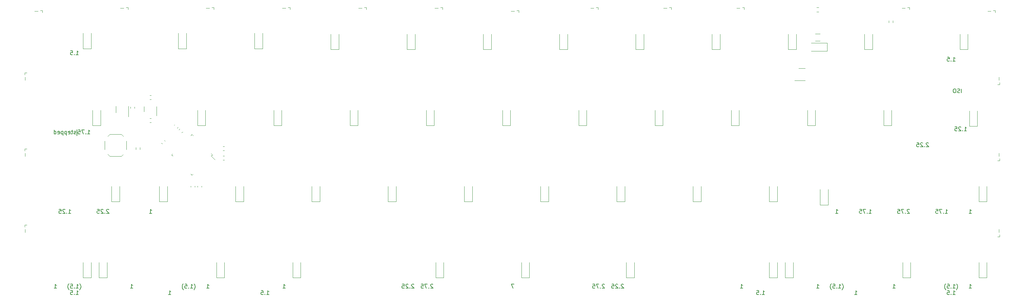
<source format=gbr>
%TF.GenerationSoftware,KiCad,Pcbnew,(7.0.0)*%
%TF.CreationDate,2024-06-01T16:49:59+02:00*%
%TF.ProjectId,forti rev 3,666f7274-6920-4726-9576-20332e6b6963,rev?*%
%TF.SameCoordinates,Original*%
%TF.FileFunction,Legend,Bot*%
%TF.FilePolarity,Positive*%
%FSLAX46Y46*%
G04 Gerber Fmt 4.6, Leading zero omitted, Abs format (unit mm)*
G04 Created by KiCad (PCBNEW (7.0.0)) date 2024-06-01 16:49:59*
%MOMM*%
%LPD*%
G01*
G04 APERTURE LIST*
%ADD10C,0.150000*%
%ADD11C,0.120000*%
G04 APERTURE END LIST*
D10*
X41120181Y-63500000D02*
X41120181Y-65087500D01*
X150352082Y-102254880D02*
X149685416Y-102254880D01*
X149685416Y-102254880D02*
X150113987Y-103254880D01*
X249126189Y-83600119D02*
X249078570Y-83552500D01*
X249078570Y-83552500D02*
X248983332Y-83504880D01*
X248983332Y-83504880D02*
X248745237Y-83504880D01*
X248745237Y-83504880D02*
X248649999Y-83552500D01*
X248649999Y-83552500D02*
X248602380Y-83600119D01*
X248602380Y-83600119D02*
X248554761Y-83695357D01*
X248554761Y-83695357D02*
X248554761Y-83790595D01*
X248554761Y-83790595D02*
X248602380Y-83933452D01*
X248602380Y-83933452D02*
X249173808Y-84504880D01*
X249173808Y-84504880D02*
X248554761Y-84504880D01*
X248126189Y-84409642D02*
X248078570Y-84457261D01*
X248078570Y-84457261D02*
X248126189Y-84504880D01*
X248126189Y-84504880D02*
X248173808Y-84457261D01*
X248173808Y-84457261D02*
X248126189Y-84409642D01*
X248126189Y-84409642D02*
X248126189Y-84504880D01*
X247745237Y-83504880D02*
X247078571Y-83504880D01*
X247078571Y-83504880D02*
X247507142Y-84504880D01*
X246221428Y-83504880D02*
X246697618Y-83504880D01*
X246697618Y-83504880D02*
X246745237Y-83981071D01*
X246745237Y-83981071D02*
X246697618Y-83933452D01*
X246697618Y-83933452D02*
X246602380Y-83885833D01*
X246602380Y-83885833D02*
X246364285Y-83885833D01*
X246364285Y-83885833D02*
X246269047Y-83933452D01*
X246269047Y-83933452D02*
X246221428Y-83981071D01*
X246221428Y-83981071D02*
X246173809Y-84076309D01*
X246173809Y-84076309D02*
X246173809Y-84314404D01*
X246173809Y-84314404D02*
X246221428Y-84409642D01*
X246221428Y-84409642D02*
X246269047Y-84457261D01*
X246269047Y-84457261D02*
X246364285Y-84504880D01*
X246364285Y-84504880D02*
X246602380Y-84504880D01*
X246602380Y-84504880D02*
X246697618Y-84457261D01*
X246697618Y-84457261D02*
X246745237Y-84409642D01*
X130063689Y-102350119D02*
X130016070Y-102302500D01*
X130016070Y-102302500D02*
X129920832Y-102254880D01*
X129920832Y-102254880D02*
X129682737Y-102254880D01*
X129682737Y-102254880D02*
X129587499Y-102302500D01*
X129587499Y-102302500D02*
X129539880Y-102350119D01*
X129539880Y-102350119D02*
X129492261Y-102445357D01*
X129492261Y-102445357D02*
X129492261Y-102540595D01*
X129492261Y-102540595D02*
X129539880Y-102683452D01*
X129539880Y-102683452D02*
X130111308Y-103254880D01*
X130111308Y-103254880D02*
X129492261Y-103254880D01*
X129063689Y-103159642D02*
X129016070Y-103207261D01*
X129016070Y-103207261D02*
X129063689Y-103254880D01*
X129063689Y-103254880D02*
X129111308Y-103207261D01*
X129111308Y-103207261D02*
X129063689Y-103159642D01*
X129063689Y-103159642D02*
X129063689Y-103254880D01*
X128682737Y-102254880D02*
X128016071Y-102254880D01*
X128016071Y-102254880D02*
X128444642Y-103254880D01*
X127158928Y-102254880D02*
X127635118Y-102254880D01*
X127635118Y-102254880D02*
X127682737Y-102731071D01*
X127682737Y-102731071D02*
X127635118Y-102683452D01*
X127635118Y-102683452D02*
X127539880Y-102635833D01*
X127539880Y-102635833D02*
X127301785Y-102635833D01*
X127301785Y-102635833D02*
X127206547Y-102683452D01*
X127206547Y-102683452D02*
X127158928Y-102731071D01*
X127158928Y-102731071D02*
X127111309Y-102826309D01*
X127111309Y-102826309D02*
X127111309Y-103064404D01*
X127111309Y-103064404D02*
X127158928Y-103159642D01*
X127158928Y-103159642D02*
X127206547Y-103207261D01*
X127206547Y-103207261D02*
X127301785Y-103254880D01*
X127301785Y-103254880D02*
X127539880Y-103254880D01*
X127539880Y-103254880D02*
X127635118Y-103207261D01*
X127635118Y-103207261D02*
X127682737Y-103159642D01*
X70389583Y-103635833D02*
X70437202Y-103588214D01*
X70437202Y-103588214D02*
X70532440Y-103445357D01*
X70532440Y-103445357D02*
X70580059Y-103350119D01*
X70580059Y-103350119D02*
X70627678Y-103207261D01*
X70627678Y-103207261D02*
X70675297Y-102969166D01*
X70675297Y-102969166D02*
X70675297Y-102778690D01*
X70675297Y-102778690D02*
X70627678Y-102540595D01*
X70627678Y-102540595D02*
X70580059Y-102397738D01*
X70580059Y-102397738D02*
X70532440Y-102302500D01*
X70532440Y-102302500D02*
X70437202Y-102159642D01*
X70437202Y-102159642D02*
X70389583Y-102112023D01*
X69484821Y-103254880D02*
X70056249Y-103254880D01*
X69770535Y-103254880D02*
X69770535Y-102254880D01*
X69770535Y-102254880D02*
X69865773Y-102397738D01*
X69865773Y-102397738D02*
X69961011Y-102492976D01*
X69961011Y-102492976D02*
X70056249Y-102540595D01*
X69056249Y-103159642D02*
X69008630Y-103207261D01*
X69008630Y-103207261D02*
X69056249Y-103254880D01*
X69056249Y-103254880D02*
X69103868Y-103207261D01*
X69103868Y-103207261D02*
X69056249Y-103159642D01*
X69056249Y-103159642D02*
X69056249Y-103254880D01*
X68103869Y-102254880D02*
X68580059Y-102254880D01*
X68580059Y-102254880D02*
X68627678Y-102731071D01*
X68627678Y-102731071D02*
X68580059Y-102683452D01*
X68580059Y-102683452D02*
X68484821Y-102635833D01*
X68484821Y-102635833D02*
X68246726Y-102635833D01*
X68246726Y-102635833D02*
X68151488Y-102683452D01*
X68151488Y-102683452D02*
X68103869Y-102731071D01*
X68103869Y-102731071D02*
X68056250Y-102826309D01*
X68056250Y-102826309D02*
X68056250Y-103064404D01*
X68056250Y-103064404D02*
X68103869Y-103159642D01*
X68103869Y-103159642D02*
X68151488Y-103207261D01*
X68151488Y-103207261D02*
X68246726Y-103254880D01*
X68246726Y-103254880D02*
X68484821Y-103254880D01*
X68484821Y-103254880D02*
X68580059Y-103207261D01*
X68580059Y-103207261D02*
X68627678Y-103159642D01*
X67722916Y-103635833D02*
X67675297Y-103588214D01*
X67675297Y-103588214D02*
X67580059Y-103445357D01*
X67580059Y-103445357D02*
X67532440Y-103350119D01*
X67532440Y-103350119D02*
X67484821Y-103207261D01*
X67484821Y-103207261D02*
X67437202Y-102969166D01*
X67437202Y-102969166D02*
X67437202Y-102778690D01*
X67437202Y-102778690D02*
X67484821Y-102540595D01*
X67484821Y-102540595D02*
X67532440Y-102397738D01*
X67532440Y-102397738D02*
X67580059Y-102302500D01*
X67580059Y-102302500D02*
X67675297Y-102159642D01*
X67675297Y-102159642D02*
X67722916Y-102112023D01*
X41814583Y-103635833D02*
X41862202Y-103588214D01*
X41862202Y-103588214D02*
X41957440Y-103445357D01*
X41957440Y-103445357D02*
X42005059Y-103350119D01*
X42005059Y-103350119D02*
X42052678Y-103207261D01*
X42052678Y-103207261D02*
X42100297Y-102969166D01*
X42100297Y-102969166D02*
X42100297Y-102778690D01*
X42100297Y-102778690D02*
X42052678Y-102540595D01*
X42052678Y-102540595D02*
X42005059Y-102397738D01*
X42005059Y-102397738D02*
X41957440Y-102302500D01*
X41957440Y-102302500D02*
X41862202Y-102159642D01*
X41862202Y-102159642D02*
X41814583Y-102112023D01*
X40909821Y-103254880D02*
X41481249Y-103254880D01*
X41195535Y-103254880D02*
X41195535Y-102254880D01*
X41195535Y-102254880D02*
X41290773Y-102397738D01*
X41290773Y-102397738D02*
X41386011Y-102492976D01*
X41386011Y-102492976D02*
X41481249Y-102540595D01*
X40481249Y-103159642D02*
X40433630Y-103207261D01*
X40433630Y-103207261D02*
X40481249Y-103254880D01*
X40481249Y-103254880D02*
X40528868Y-103207261D01*
X40528868Y-103207261D02*
X40481249Y-103159642D01*
X40481249Y-103159642D02*
X40481249Y-103254880D01*
X39528869Y-102254880D02*
X40005059Y-102254880D01*
X40005059Y-102254880D02*
X40052678Y-102731071D01*
X40052678Y-102731071D02*
X40005059Y-102683452D01*
X40005059Y-102683452D02*
X39909821Y-102635833D01*
X39909821Y-102635833D02*
X39671726Y-102635833D01*
X39671726Y-102635833D02*
X39576488Y-102683452D01*
X39576488Y-102683452D02*
X39528869Y-102731071D01*
X39528869Y-102731071D02*
X39481250Y-102826309D01*
X39481250Y-102826309D02*
X39481250Y-103064404D01*
X39481250Y-103064404D02*
X39528869Y-103159642D01*
X39528869Y-103159642D02*
X39576488Y-103207261D01*
X39576488Y-103207261D02*
X39671726Y-103254880D01*
X39671726Y-103254880D02*
X39909821Y-103254880D01*
X39909821Y-103254880D02*
X40005059Y-103207261D01*
X40005059Y-103207261D02*
X40052678Y-103159642D01*
X39147916Y-103635833D02*
X39100297Y-103588214D01*
X39100297Y-103588214D02*
X39005059Y-103445357D01*
X39005059Y-103445357D02*
X38957440Y-103350119D01*
X38957440Y-103350119D02*
X38909821Y-103207261D01*
X38909821Y-103207261D02*
X38862202Y-102969166D01*
X38862202Y-102969166D02*
X38862202Y-102778690D01*
X38862202Y-102778690D02*
X38909821Y-102540595D01*
X38909821Y-102540595D02*
X38957440Y-102397738D01*
X38957440Y-102397738D02*
X39005059Y-102302500D01*
X39005059Y-102302500D02*
X39100297Y-102159642D01*
X39100297Y-102159642D02*
X39147916Y-102112023D01*
X264033035Y-103254880D02*
X264604463Y-103254880D01*
X264318749Y-103254880D02*
X264318749Y-102254880D01*
X264318749Y-102254880D02*
X264413987Y-102397738D01*
X264413987Y-102397738D02*
X264509225Y-102492976D01*
X264509225Y-102492976D02*
X264604463Y-102540595D01*
X260889583Y-103635833D02*
X260937202Y-103588214D01*
X260937202Y-103588214D02*
X261032440Y-103445357D01*
X261032440Y-103445357D02*
X261080059Y-103350119D01*
X261080059Y-103350119D02*
X261127678Y-103207261D01*
X261127678Y-103207261D02*
X261175297Y-102969166D01*
X261175297Y-102969166D02*
X261175297Y-102778690D01*
X261175297Y-102778690D02*
X261127678Y-102540595D01*
X261127678Y-102540595D02*
X261080059Y-102397738D01*
X261080059Y-102397738D02*
X261032440Y-102302500D01*
X261032440Y-102302500D02*
X260937202Y-102159642D01*
X260937202Y-102159642D02*
X260889583Y-102112023D01*
X259984821Y-103254880D02*
X260556249Y-103254880D01*
X260270535Y-103254880D02*
X260270535Y-102254880D01*
X260270535Y-102254880D02*
X260365773Y-102397738D01*
X260365773Y-102397738D02*
X260461011Y-102492976D01*
X260461011Y-102492976D02*
X260556249Y-102540595D01*
X259556249Y-103159642D02*
X259508630Y-103207261D01*
X259508630Y-103207261D02*
X259556249Y-103254880D01*
X259556249Y-103254880D02*
X259603868Y-103207261D01*
X259603868Y-103207261D02*
X259556249Y-103159642D01*
X259556249Y-103159642D02*
X259556249Y-103254880D01*
X258603869Y-102254880D02*
X259080059Y-102254880D01*
X259080059Y-102254880D02*
X259127678Y-102731071D01*
X259127678Y-102731071D02*
X259080059Y-102683452D01*
X259080059Y-102683452D02*
X258984821Y-102635833D01*
X258984821Y-102635833D02*
X258746726Y-102635833D01*
X258746726Y-102635833D02*
X258651488Y-102683452D01*
X258651488Y-102683452D02*
X258603869Y-102731071D01*
X258603869Y-102731071D02*
X258556250Y-102826309D01*
X258556250Y-102826309D02*
X258556250Y-103064404D01*
X258556250Y-103064404D02*
X258603869Y-103159642D01*
X258603869Y-103159642D02*
X258651488Y-103207261D01*
X258651488Y-103207261D02*
X258746726Y-103254880D01*
X258746726Y-103254880D02*
X258984821Y-103254880D01*
X258984821Y-103254880D02*
X259080059Y-103207261D01*
X259080059Y-103207261D02*
X259127678Y-103159642D01*
X258222916Y-103635833D02*
X258175297Y-103588214D01*
X258175297Y-103588214D02*
X258080059Y-103445357D01*
X258080059Y-103445357D02*
X258032440Y-103350119D01*
X258032440Y-103350119D02*
X257984821Y-103207261D01*
X257984821Y-103207261D02*
X257937202Y-102969166D01*
X257937202Y-102969166D02*
X257937202Y-102778690D01*
X257937202Y-102778690D02*
X257984821Y-102540595D01*
X257984821Y-102540595D02*
X258032440Y-102397738D01*
X258032440Y-102397738D02*
X258080059Y-102302500D01*
X258080059Y-102302500D02*
X258175297Y-102159642D01*
X258175297Y-102159642D02*
X258222916Y-102112023D01*
X49101189Y-83600119D02*
X49053570Y-83552500D01*
X49053570Y-83552500D02*
X48958332Y-83504880D01*
X48958332Y-83504880D02*
X48720237Y-83504880D01*
X48720237Y-83504880D02*
X48624999Y-83552500D01*
X48624999Y-83552500D02*
X48577380Y-83600119D01*
X48577380Y-83600119D02*
X48529761Y-83695357D01*
X48529761Y-83695357D02*
X48529761Y-83790595D01*
X48529761Y-83790595D02*
X48577380Y-83933452D01*
X48577380Y-83933452D02*
X49148808Y-84504880D01*
X49148808Y-84504880D02*
X48529761Y-84504880D01*
X48101189Y-84409642D02*
X48053570Y-84457261D01*
X48053570Y-84457261D02*
X48101189Y-84504880D01*
X48101189Y-84504880D02*
X48148808Y-84457261D01*
X48148808Y-84457261D02*
X48101189Y-84409642D01*
X48101189Y-84409642D02*
X48101189Y-84504880D01*
X47672618Y-83600119D02*
X47624999Y-83552500D01*
X47624999Y-83552500D02*
X47529761Y-83504880D01*
X47529761Y-83504880D02*
X47291666Y-83504880D01*
X47291666Y-83504880D02*
X47196428Y-83552500D01*
X47196428Y-83552500D02*
X47148809Y-83600119D01*
X47148809Y-83600119D02*
X47101190Y-83695357D01*
X47101190Y-83695357D02*
X47101190Y-83790595D01*
X47101190Y-83790595D02*
X47148809Y-83933452D01*
X47148809Y-83933452D02*
X47720237Y-84504880D01*
X47720237Y-84504880D02*
X47101190Y-84504880D01*
X46196428Y-83504880D02*
X46672618Y-83504880D01*
X46672618Y-83504880D02*
X46720237Y-83981071D01*
X46720237Y-83981071D02*
X46672618Y-83933452D01*
X46672618Y-83933452D02*
X46577380Y-83885833D01*
X46577380Y-83885833D02*
X46339285Y-83885833D01*
X46339285Y-83885833D02*
X46244047Y-83933452D01*
X46244047Y-83933452D02*
X46196428Y-83981071D01*
X46196428Y-83981071D02*
X46148809Y-84076309D01*
X46148809Y-84076309D02*
X46148809Y-84314404D01*
X46148809Y-84314404D02*
X46196428Y-84409642D01*
X46196428Y-84409642D02*
X46244047Y-84457261D01*
X46244047Y-84457261D02*
X46339285Y-84504880D01*
X46339285Y-84504880D02*
X46577380Y-84504880D01*
X46577380Y-84504880D02*
X46672618Y-84457261D01*
X46672618Y-84457261D02*
X46720237Y-84409642D01*
X35433035Y-103254880D02*
X36004463Y-103254880D01*
X35718749Y-103254880D02*
X35718749Y-102254880D01*
X35718749Y-102254880D02*
X35813987Y-102397738D01*
X35813987Y-102397738D02*
X35909225Y-102492976D01*
X35909225Y-102492976D02*
X36004463Y-102540595D01*
X125301189Y-102350119D02*
X125253570Y-102302500D01*
X125253570Y-102302500D02*
X125158332Y-102254880D01*
X125158332Y-102254880D02*
X124920237Y-102254880D01*
X124920237Y-102254880D02*
X124824999Y-102302500D01*
X124824999Y-102302500D02*
X124777380Y-102350119D01*
X124777380Y-102350119D02*
X124729761Y-102445357D01*
X124729761Y-102445357D02*
X124729761Y-102540595D01*
X124729761Y-102540595D02*
X124777380Y-102683452D01*
X124777380Y-102683452D02*
X125348808Y-103254880D01*
X125348808Y-103254880D02*
X124729761Y-103254880D01*
X124301189Y-103159642D02*
X124253570Y-103207261D01*
X124253570Y-103207261D02*
X124301189Y-103254880D01*
X124301189Y-103254880D02*
X124348808Y-103207261D01*
X124348808Y-103207261D02*
X124301189Y-103159642D01*
X124301189Y-103159642D02*
X124301189Y-103254880D01*
X123872618Y-102350119D02*
X123824999Y-102302500D01*
X123824999Y-102302500D02*
X123729761Y-102254880D01*
X123729761Y-102254880D02*
X123491666Y-102254880D01*
X123491666Y-102254880D02*
X123396428Y-102302500D01*
X123396428Y-102302500D02*
X123348809Y-102350119D01*
X123348809Y-102350119D02*
X123301190Y-102445357D01*
X123301190Y-102445357D02*
X123301190Y-102540595D01*
X123301190Y-102540595D02*
X123348809Y-102683452D01*
X123348809Y-102683452D02*
X123920237Y-103254880D01*
X123920237Y-103254880D02*
X123301190Y-103254880D01*
X122396428Y-102254880D02*
X122872618Y-102254880D01*
X122872618Y-102254880D02*
X122920237Y-102731071D01*
X122920237Y-102731071D02*
X122872618Y-102683452D01*
X122872618Y-102683452D02*
X122777380Y-102635833D01*
X122777380Y-102635833D02*
X122539285Y-102635833D01*
X122539285Y-102635833D02*
X122444047Y-102683452D01*
X122444047Y-102683452D02*
X122396428Y-102731071D01*
X122396428Y-102731071D02*
X122348809Y-102826309D01*
X122348809Y-102826309D02*
X122348809Y-103064404D01*
X122348809Y-103064404D02*
X122396428Y-103159642D01*
X122396428Y-103159642D02*
X122444047Y-103207261D01*
X122444047Y-103207261D02*
X122539285Y-103254880D01*
X122539285Y-103254880D02*
X122777380Y-103254880D01*
X122777380Y-103254880D02*
X122872618Y-103207261D01*
X122872618Y-103207261D02*
X122920237Y-103159642D01*
X262143749Y-54342380D02*
X262143749Y-53342380D01*
X261715178Y-54294761D02*
X261572321Y-54342380D01*
X261572321Y-54342380D02*
X261334226Y-54342380D01*
X261334226Y-54342380D02*
X261238988Y-54294761D01*
X261238988Y-54294761D02*
X261191369Y-54247142D01*
X261191369Y-54247142D02*
X261143750Y-54151904D01*
X261143750Y-54151904D02*
X261143750Y-54056666D01*
X261143750Y-54056666D02*
X261191369Y-53961428D01*
X261191369Y-53961428D02*
X261238988Y-53913809D01*
X261238988Y-53913809D02*
X261334226Y-53866190D01*
X261334226Y-53866190D02*
X261524702Y-53818571D01*
X261524702Y-53818571D02*
X261619940Y-53770952D01*
X261619940Y-53770952D02*
X261667559Y-53723333D01*
X261667559Y-53723333D02*
X261715178Y-53628095D01*
X261715178Y-53628095D02*
X261715178Y-53532857D01*
X261715178Y-53532857D02*
X261667559Y-53437619D01*
X261667559Y-53437619D02*
X261619940Y-53390000D01*
X261619940Y-53390000D02*
X261524702Y-53342380D01*
X261524702Y-53342380D02*
X261286607Y-53342380D01*
X261286607Y-53342380D02*
X261143750Y-53390000D01*
X260524702Y-53342380D02*
X260334226Y-53342380D01*
X260334226Y-53342380D02*
X260238988Y-53390000D01*
X260238988Y-53390000D02*
X260143750Y-53485238D01*
X260143750Y-53485238D02*
X260096131Y-53675714D01*
X260096131Y-53675714D02*
X260096131Y-54009047D01*
X260096131Y-54009047D02*
X260143750Y-54199523D01*
X260143750Y-54199523D02*
X260238988Y-54294761D01*
X260238988Y-54294761D02*
X260334226Y-54342380D01*
X260334226Y-54342380D02*
X260524702Y-54342380D01*
X260524702Y-54342380D02*
X260619940Y-54294761D01*
X260619940Y-54294761D02*
X260715178Y-54199523D01*
X260715178Y-54199523D02*
X260762797Y-54009047D01*
X260762797Y-54009047D02*
X260762797Y-53675714D01*
X260762797Y-53675714D02*
X260715178Y-53485238D01*
X260715178Y-53485238D02*
X260619940Y-53390000D01*
X260619940Y-53390000D02*
X260524702Y-53342380D01*
X39004761Y-84504880D02*
X39576189Y-84504880D01*
X39290475Y-84504880D02*
X39290475Y-83504880D01*
X39290475Y-83504880D02*
X39385713Y-83647738D01*
X39385713Y-83647738D02*
X39480951Y-83742976D01*
X39480951Y-83742976D02*
X39576189Y-83790595D01*
X38576189Y-84409642D02*
X38528570Y-84457261D01*
X38528570Y-84457261D02*
X38576189Y-84504880D01*
X38576189Y-84504880D02*
X38623808Y-84457261D01*
X38623808Y-84457261D02*
X38576189Y-84409642D01*
X38576189Y-84409642D02*
X38576189Y-84504880D01*
X38147618Y-83600119D02*
X38099999Y-83552500D01*
X38099999Y-83552500D02*
X38004761Y-83504880D01*
X38004761Y-83504880D02*
X37766666Y-83504880D01*
X37766666Y-83504880D02*
X37671428Y-83552500D01*
X37671428Y-83552500D02*
X37623809Y-83600119D01*
X37623809Y-83600119D02*
X37576190Y-83695357D01*
X37576190Y-83695357D02*
X37576190Y-83790595D01*
X37576190Y-83790595D02*
X37623809Y-83933452D01*
X37623809Y-83933452D02*
X38195237Y-84504880D01*
X38195237Y-84504880D02*
X37576190Y-84504880D01*
X36671428Y-83504880D02*
X37147618Y-83504880D01*
X37147618Y-83504880D02*
X37195237Y-83981071D01*
X37195237Y-83981071D02*
X37147618Y-83933452D01*
X37147618Y-83933452D02*
X37052380Y-83885833D01*
X37052380Y-83885833D02*
X36814285Y-83885833D01*
X36814285Y-83885833D02*
X36719047Y-83933452D01*
X36719047Y-83933452D02*
X36671428Y-83981071D01*
X36671428Y-83981071D02*
X36623809Y-84076309D01*
X36623809Y-84076309D02*
X36623809Y-84314404D01*
X36623809Y-84314404D02*
X36671428Y-84409642D01*
X36671428Y-84409642D02*
X36719047Y-84457261D01*
X36719047Y-84457261D02*
X36814285Y-84504880D01*
X36814285Y-84504880D02*
X37052380Y-84504880D01*
X37052380Y-84504880D02*
X37147618Y-84457261D01*
X37147618Y-84457261D02*
X37195237Y-84409642D01*
X232314583Y-103635833D02*
X232362202Y-103588214D01*
X232362202Y-103588214D02*
X232457440Y-103445357D01*
X232457440Y-103445357D02*
X232505059Y-103350119D01*
X232505059Y-103350119D02*
X232552678Y-103207261D01*
X232552678Y-103207261D02*
X232600297Y-102969166D01*
X232600297Y-102969166D02*
X232600297Y-102778690D01*
X232600297Y-102778690D02*
X232552678Y-102540595D01*
X232552678Y-102540595D02*
X232505059Y-102397738D01*
X232505059Y-102397738D02*
X232457440Y-102302500D01*
X232457440Y-102302500D02*
X232362202Y-102159642D01*
X232362202Y-102159642D02*
X232314583Y-102112023D01*
X231409821Y-103254880D02*
X231981249Y-103254880D01*
X231695535Y-103254880D02*
X231695535Y-102254880D01*
X231695535Y-102254880D02*
X231790773Y-102397738D01*
X231790773Y-102397738D02*
X231886011Y-102492976D01*
X231886011Y-102492976D02*
X231981249Y-102540595D01*
X230981249Y-103159642D02*
X230933630Y-103207261D01*
X230933630Y-103207261D02*
X230981249Y-103254880D01*
X230981249Y-103254880D02*
X231028868Y-103207261D01*
X231028868Y-103207261D02*
X230981249Y-103159642D01*
X230981249Y-103159642D02*
X230981249Y-103254880D01*
X230028869Y-102254880D02*
X230505059Y-102254880D01*
X230505059Y-102254880D02*
X230552678Y-102731071D01*
X230552678Y-102731071D02*
X230505059Y-102683452D01*
X230505059Y-102683452D02*
X230409821Y-102635833D01*
X230409821Y-102635833D02*
X230171726Y-102635833D01*
X230171726Y-102635833D02*
X230076488Y-102683452D01*
X230076488Y-102683452D02*
X230028869Y-102731071D01*
X230028869Y-102731071D02*
X229981250Y-102826309D01*
X229981250Y-102826309D02*
X229981250Y-103064404D01*
X229981250Y-103064404D02*
X230028869Y-103159642D01*
X230028869Y-103159642D02*
X230076488Y-103207261D01*
X230076488Y-103207261D02*
X230171726Y-103254880D01*
X230171726Y-103254880D02*
X230409821Y-103254880D01*
X230409821Y-103254880D02*
X230505059Y-103207261D01*
X230505059Y-103207261D02*
X230552678Y-103159642D01*
X229647916Y-103635833D02*
X229600297Y-103588214D01*
X229600297Y-103588214D02*
X229505059Y-103445357D01*
X229505059Y-103445357D02*
X229457440Y-103350119D01*
X229457440Y-103350119D02*
X229409821Y-103207261D01*
X229409821Y-103207261D02*
X229362202Y-102969166D01*
X229362202Y-102969166D02*
X229362202Y-102778690D01*
X229362202Y-102778690D02*
X229409821Y-102540595D01*
X229409821Y-102540595D02*
X229457440Y-102397738D01*
X229457440Y-102397738D02*
X229505059Y-102302500D01*
X229505059Y-102302500D02*
X229600297Y-102159642D01*
X229600297Y-102159642D02*
X229647916Y-102112023D01*
X88534821Y-104842380D02*
X89106249Y-104842380D01*
X88820535Y-104842380D02*
X88820535Y-103842380D01*
X88820535Y-103842380D02*
X88915773Y-103985238D01*
X88915773Y-103985238D02*
X89011011Y-104080476D01*
X89011011Y-104080476D02*
X89106249Y-104128095D01*
X88106249Y-104747142D02*
X88058630Y-104794761D01*
X88058630Y-104794761D02*
X88106249Y-104842380D01*
X88106249Y-104842380D02*
X88153868Y-104794761D01*
X88153868Y-104794761D02*
X88106249Y-104747142D01*
X88106249Y-104747142D02*
X88106249Y-104842380D01*
X87153869Y-103842380D02*
X87630059Y-103842380D01*
X87630059Y-103842380D02*
X87677678Y-104318571D01*
X87677678Y-104318571D02*
X87630059Y-104270952D01*
X87630059Y-104270952D02*
X87534821Y-104223333D01*
X87534821Y-104223333D02*
X87296726Y-104223333D01*
X87296726Y-104223333D02*
X87201488Y-104270952D01*
X87201488Y-104270952D02*
X87153869Y-104318571D01*
X87153869Y-104318571D02*
X87106250Y-104413809D01*
X87106250Y-104413809D02*
X87106250Y-104651904D01*
X87106250Y-104651904D02*
X87153869Y-104747142D01*
X87153869Y-104747142D02*
X87201488Y-104794761D01*
X87201488Y-104794761D02*
X87296726Y-104842380D01*
X87296726Y-104842380D02*
X87534821Y-104842380D01*
X87534821Y-104842380D02*
X87630059Y-104794761D01*
X87630059Y-104794761D02*
X87677678Y-104747142D01*
X172926189Y-102350119D02*
X172878570Y-102302500D01*
X172878570Y-102302500D02*
X172783332Y-102254880D01*
X172783332Y-102254880D02*
X172545237Y-102254880D01*
X172545237Y-102254880D02*
X172449999Y-102302500D01*
X172449999Y-102302500D02*
X172402380Y-102350119D01*
X172402380Y-102350119D02*
X172354761Y-102445357D01*
X172354761Y-102445357D02*
X172354761Y-102540595D01*
X172354761Y-102540595D02*
X172402380Y-102683452D01*
X172402380Y-102683452D02*
X172973808Y-103254880D01*
X172973808Y-103254880D02*
X172354761Y-103254880D01*
X171926189Y-103159642D02*
X171878570Y-103207261D01*
X171878570Y-103207261D02*
X171926189Y-103254880D01*
X171926189Y-103254880D02*
X171973808Y-103207261D01*
X171973808Y-103207261D02*
X171926189Y-103159642D01*
X171926189Y-103159642D02*
X171926189Y-103254880D01*
X171545237Y-102254880D02*
X170878571Y-102254880D01*
X170878571Y-102254880D02*
X171307142Y-103254880D01*
X170021428Y-102254880D02*
X170497618Y-102254880D01*
X170497618Y-102254880D02*
X170545237Y-102731071D01*
X170545237Y-102731071D02*
X170497618Y-102683452D01*
X170497618Y-102683452D02*
X170402380Y-102635833D01*
X170402380Y-102635833D02*
X170164285Y-102635833D01*
X170164285Y-102635833D02*
X170069047Y-102683452D01*
X170069047Y-102683452D02*
X170021428Y-102731071D01*
X170021428Y-102731071D02*
X169973809Y-102826309D01*
X169973809Y-102826309D02*
X169973809Y-103064404D01*
X169973809Y-103064404D02*
X170021428Y-103159642D01*
X170021428Y-103159642D02*
X170069047Y-103207261D01*
X170069047Y-103207261D02*
X170164285Y-103254880D01*
X170164285Y-103254880D02*
X170402380Y-103254880D01*
X170402380Y-103254880D02*
X170497618Y-103207261D01*
X170497618Y-103207261D02*
X170545237Y-103159642D01*
X230695535Y-84504880D02*
X231266963Y-84504880D01*
X230981249Y-84504880D02*
X230981249Y-83504880D01*
X230981249Y-83504880D02*
X231076487Y-83647738D01*
X231076487Y-83647738D02*
X231171725Y-83742976D01*
X231171725Y-83742976D02*
X231266963Y-83790595D01*
X59245535Y-84504880D02*
X59816963Y-84504880D01*
X59531249Y-84504880D02*
X59531249Y-83504880D01*
X59531249Y-83504880D02*
X59626487Y-83647738D01*
X59626487Y-83647738D02*
X59721725Y-83742976D01*
X59721725Y-83742976D02*
X59816963Y-83790595D01*
X264033035Y-84504880D02*
X264604463Y-84504880D01*
X264318749Y-84504880D02*
X264318749Y-83504880D01*
X264318749Y-83504880D02*
X264413987Y-83647738D01*
X264413987Y-83647738D02*
X264509225Y-83742976D01*
X264509225Y-83742976D02*
X264604463Y-83790595D01*
X259984821Y-104842380D02*
X260556249Y-104842380D01*
X260270535Y-104842380D02*
X260270535Y-103842380D01*
X260270535Y-103842380D02*
X260365773Y-103985238D01*
X260365773Y-103985238D02*
X260461011Y-104080476D01*
X260461011Y-104080476D02*
X260556249Y-104128095D01*
X259556249Y-104747142D02*
X259508630Y-104794761D01*
X259508630Y-104794761D02*
X259556249Y-104842380D01*
X259556249Y-104842380D02*
X259603868Y-104794761D01*
X259603868Y-104794761D02*
X259556249Y-104747142D01*
X259556249Y-104747142D02*
X259556249Y-104842380D01*
X258603869Y-103842380D02*
X259080059Y-103842380D01*
X259080059Y-103842380D02*
X259127678Y-104318571D01*
X259127678Y-104318571D02*
X259080059Y-104270952D01*
X259080059Y-104270952D02*
X258984821Y-104223333D01*
X258984821Y-104223333D02*
X258746726Y-104223333D01*
X258746726Y-104223333D02*
X258651488Y-104270952D01*
X258651488Y-104270952D02*
X258603869Y-104318571D01*
X258603869Y-104318571D02*
X258556250Y-104413809D01*
X258556250Y-104413809D02*
X258556250Y-104651904D01*
X258556250Y-104651904D02*
X258603869Y-104747142D01*
X258603869Y-104747142D02*
X258651488Y-104794761D01*
X258651488Y-104794761D02*
X258746726Y-104842380D01*
X258746726Y-104842380D02*
X258984821Y-104842380D01*
X258984821Y-104842380D02*
X259080059Y-104794761D01*
X259080059Y-104794761D02*
X259127678Y-104747142D01*
X258079761Y-84504880D02*
X258651189Y-84504880D01*
X258365475Y-84504880D02*
X258365475Y-83504880D01*
X258365475Y-83504880D02*
X258460713Y-83647738D01*
X258460713Y-83647738D02*
X258555951Y-83742976D01*
X258555951Y-83742976D02*
X258651189Y-83790595D01*
X257651189Y-84409642D02*
X257603570Y-84457261D01*
X257603570Y-84457261D02*
X257651189Y-84504880D01*
X257651189Y-84504880D02*
X257698808Y-84457261D01*
X257698808Y-84457261D02*
X257651189Y-84409642D01*
X257651189Y-84409642D02*
X257651189Y-84504880D01*
X257270237Y-83504880D02*
X256603571Y-83504880D01*
X256603571Y-83504880D02*
X257032142Y-84504880D01*
X255746428Y-83504880D02*
X256222618Y-83504880D01*
X256222618Y-83504880D02*
X256270237Y-83981071D01*
X256270237Y-83981071D02*
X256222618Y-83933452D01*
X256222618Y-83933452D02*
X256127380Y-83885833D01*
X256127380Y-83885833D02*
X255889285Y-83885833D01*
X255889285Y-83885833D02*
X255794047Y-83933452D01*
X255794047Y-83933452D02*
X255746428Y-83981071D01*
X255746428Y-83981071D02*
X255698809Y-84076309D01*
X255698809Y-84076309D02*
X255698809Y-84314404D01*
X255698809Y-84314404D02*
X255746428Y-84409642D01*
X255746428Y-84409642D02*
X255794047Y-84457261D01*
X255794047Y-84457261D02*
X255889285Y-84504880D01*
X255889285Y-84504880D02*
X256127380Y-84504880D01*
X256127380Y-84504880D02*
X256222618Y-84457261D01*
X256222618Y-84457261D02*
X256270237Y-84409642D01*
X235458035Y-104842380D02*
X236029463Y-104842380D01*
X235743749Y-104842380D02*
X235743749Y-103842380D01*
X235743749Y-103842380D02*
X235838987Y-103985238D01*
X235838987Y-103985238D02*
X235934225Y-104080476D01*
X235934225Y-104080476D02*
X236029463Y-104128095D01*
X239029761Y-84504880D02*
X239601189Y-84504880D01*
X239315475Y-84504880D02*
X239315475Y-83504880D01*
X239315475Y-83504880D02*
X239410713Y-83647738D01*
X239410713Y-83647738D02*
X239505951Y-83742976D01*
X239505951Y-83742976D02*
X239601189Y-83790595D01*
X238601189Y-84409642D02*
X238553570Y-84457261D01*
X238553570Y-84457261D02*
X238601189Y-84504880D01*
X238601189Y-84504880D02*
X238648808Y-84457261D01*
X238648808Y-84457261D02*
X238601189Y-84409642D01*
X238601189Y-84409642D02*
X238601189Y-84504880D01*
X238220237Y-83504880D02*
X237553571Y-83504880D01*
X237553571Y-83504880D02*
X237982142Y-84504880D01*
X236696428Y-83504880D02*
X237172618Y-83504880D01*
X237172618Y-83504880D02*
X237220237Y-83981071D01*
X237220237Y-83981071D02*
X237172618Y-83933452D01*
X237172618Y-83933452D02*
X237077380Y-83885833D01*
X237077380Y-83885833D02*
X236839285Y-83885833D01*
X236839285Y-83885833D02*
X236744047Y-83933452D01*
X236744047Y-83933452D02*
X236696428Y-83981071D01*
X236696428Y-83981071D02*
X236648809Y-84076309D01*
X236648809Y-84076309D02*
X236648809Y-84314404D01*
X236648809Y-84314404D02*
X236696428Y-84409642D01*
X236696428Y-84409642D02*
X236744047Y-84457261D01*
X236744047Y-84457261D02*
X236839285Y-84504880D01*
X236839285Y-84504880D02*
X237077380Y-84504880D01*
X237077380Y-84504880D02*
X237172618Y-84457261D01*
X237172618Y-84457261D02*
X237220237Y-84409642D01*
X206883035Y-103254880D02*
X207454463Y-103254880D01*
X207168749Y-103254880D02*
X207168749Y-102254880D01*
X207168749Y-102254880D02*
X207263987Y-102397738D01*
X207263987Y-102397738D02*
X207359225Y-102492976D01*
X207359225Y-102492976D02*
X207454463Y-102540595D01*
X43767261Y-64661130D02*
X44338689Y-64661130D01*
X44052975Y-64661130D02*
X44052975Y-63661130D01*
X44052975Y-63661130D02*
X44148213Y-63803988D01*
X44148213Y-63803988D02*
X44243451Y-63899226D01*
X44243451Y-63899226D02*
X44338689Y-63946845D01*
X43338689Y-64565892D02*
X43291070Y-64613511D01*
X43291070Y-64613511D02*
X43338689Y-64661130D01*
X43338689Y-64661130D02*
X43386308Y-64613511D01*
X43386308Y-64613511D02*
X43338689Y-64565892D01*
X43338689Y-64565892D02*
X43338689Y-64661130D01*
X42957737Y-63661130D02*
X42291071Y-63661130D01*
X42291071Y-63661130D02*
X42719642Y-64661130D01*
X41433928Y-63661130D02*
X41910118Y-63661130D01*
X41910118Y-63661130D02*
X41957737Y-64137321D01*
X41957737Y-64137321D02*
X41910118Y-64089702D01*
X41910118Y-64089702D02*
X41814880Y-64042083D01*
X41814880Y-64042083D02*
X41576785Y-64042083D01*
X41576785Y-64042083D02*
X41481547Y-64089702D01*
X41481547Y-64089702D02*
X41433928Y-64137321D01*
X41433928Y-64137321D02*
X41386309Y-64232559D01*
X41386309Y-64232559D02*
X41386309Y-64470654D01*
X41386309Y-64470654D02*
X41433928Y-64565892D01*
X41433928Y-64565892D02*
X41481547Y-64613511D01*
X41481547Y-64613511D02*
X41576785Y-64661130D01*
X41576785Y-64661130D02*
X41814880Y-64661130D01*
X41814880Y-64661130D02*
X41910118Y-64613511D01*
X41910118Y-64613511D02*
X41957737Y-64565892D01*
X225933035Y-103254880D02*
X226504463Y-103254880D01*
X226218749Y-103254880D02*
X226218749Y-102254880D01*
X226218749Y-102254880D02*
X226313987Y-102397738D01*
X226313987Y-102397738D02*
X226409225Y-102492976D01*
X226409225Y-102492976D02*
X226504463Y-102540595D01*
X212359821Y-104842380D02*
X212931249Y-104842380D01*
X212645535Y-104842380D02*
X212645535Y-103842380D01*
X212645535Y-103842380D02*
X212740773Y-103985238D01*
X212740773Y-103985238D02*
X212836011Y-104080476D01*
X212836011Y-104080476D02*
X212931249Y-104128095D01*
X211931249Y-104747142D02*
X211883630Y-104794761D01*
X211883630Y-104794761D02*
X211931249Y-104842380D01*
X211931249Y-104842380D02*
X211978868Y-104794761D01*
X211978868Y-104794761D02*
X211931249Y-104747142D01*
X211931249Y-104747142D02*
X211931249Y-104842380D01*
X210978869Y-103842380D02*
X211455059Y-103842380D01*
X211455059Y-103842380D02*
X211502678Y-104318571D01*
X211502678Y-104318571D02*
X211455059Y-104270952D01*
X211455059Y-104270952D02*
X211359821Y-104223333D01*
X211359821Y-104223333D02*
X211121726Y-104223333D01*
X211121726Y-104223333D02*
X211026488Y-104270952D01*
X211026488Y-104270952D02*
X210978869Y-104318571D01*
X210978869Y-104318571D02*
X210931250Y-104413809D01*
X210931250Y-104413809D02*
X210931250Y-104651904D01*
X210931250Y-104651904D02*
X210978869Y-104747142D01*
X210978869Y-104747142D02*
X211026488Y-104794761D01*
X211026488Y-104794761D02*
X211121726Y-104842380D01*
X211121726Y-104842380D02*
X211359821Y-104842380D01*
X211359821Y-104842380D02*
X211455059Y-104794761D01*
X211455059Y-104794761D02*
X211502678Y-104747142D01*
X64008035Y-104842380D02*
X64579463Y-104842380D01*
X64293749Y-104842380D02*
X64293749Y-103842380D01*
X64293749Y-103842380D02*
X64388987Y-103985238D01*
X64388987Y-103985238D02*
X64484225Y-104080476D01*
X64484225Y-104080476D02*
X64579463Y-104128095D01*
X262842261Y-63867380D02*
X263413689Y-63867380D01*
X263127975Y-63867380D02*
X263127975Y-62867380D01*
X263127975Y-62867380D02*
X263223213Y-63010238D01*
X263223213Y-63010238D02*
X263318451Y-63105476D01*
X263318451Y-63105476D02*
X263413689Y-63153095D01*
X262413689Y-63772142D02*
X262366070Y-63819761D01*
X262366070Y-63819761D02*
X262413689Y-63867380D01*
X262413689Y-63867380D02*
X262461308Y-63819761D01*
X262461308Y-63819761D02*
X262413689Y-63772142D01*
X262413689Y-63772142D02*
X262413689Y-63867380D01*
X261985118Y-62962619D02*
X261937499Y-62915000D01*
X261937499Y-62915000D02*
X261842261Y-62867380D01*
X261842261Y-62867380D02*
X261604166Y-62867380D01*
X261604166Y-62867380D02*
X261508928Y-62915000D01*
X261508928Y-62915000D02*
X261461309Y-62962619D01*
X261461309Y-62962619D02*
X261413690Y-63057857D01*
X261413690Y-63057857D02*
X261413690Y-63153095D01*
X261413690Y-63153095D02*
X261461309Y-63295952D01*
X261461309Y-63295952D02*
X262032737Y-63867380D01*
X262032737Y-63867380D02*
X261413690Y-63867380D01*
X260508928Y-62867380D02*
X260985118Y-62867380D01*
X260985118Y-62867380D02*
X261032737Y-63343571D01*
X261032737Y-63343571D02*
X260985118Y-63295952D01*
X260985118Y-63295952D02*
X260889880Y-63248333D01*
X260889880Y-63248333D02*
X260651785Y-63248333D01*
X260651785Y-63248333D02*
X260556547Y-63295952D01*
X260556547Y-63295952D02*
X260508928Y-63343571D01*
X260508928Y-63343571D02*
X260461309Y-63438809D01*
X260461309Y-63438809D02*
X260461309Y-63676904D01*
X260461309Y-63676904D02*
X260508928Y-63772142D01*
X260508928Y-63772142D02*
X260556547Y-63819761D01*
X260556547Y-63819761D02*
X260651785Y-63867380D01*
X260651785Y-63867380D02*
X260889880Y-63867380D01*
X260889880Y-63867380D02*
X260985118Y-63819761D01*
X260985118Y-63819761D02*
X261032737Y-63772142D01*
X40909821Y-44817380D02*
X41481249Y-44817380D01*
X41195535Y-44817380D02*
X41195535Y-43817380D01*
X41195535Y-43817380D02*
X41290773Y-43960238D01*
X41290773Y-43960238D02*
X41386011Y-44055476D01*
X41386011Y-44055476D02*
X41481249Y-44103095D01*
X40481249Y-44722142D02*
X40433630Y-44769761D01*
X40433630Y-44769761D02*
X40481249Y-44817380D01*
X40481249Y-44817380D02*
X40528868Y-44769761D01*
X40528868Y-44769761D02*
X40481249Y-44722142D01*
X40481249Y-44722142D02*
X40481249Y-44817380D01*
X39528869Y-43817380D02*
X40005059Y-43817380D01*
X40005059Y-43817380D02*
X40052678Y-44293571D01*
X40052678Y-44293571D02*
X40005059Y-44245952D01*
X40005059Y-44245952D02*
X39909821Y-44198333D01*
X39909821Y-44198333D02*
X39671726Y-44198333D01*
X39671726Y-44198333D02*
X39576488Y-44245952D01*
X39576488Y-44245952D02*
X39528869Y-44293571D01*
X39528869Y-44293571D02*
X39481250Y-44388809D01*
X39481250Y-44388809D02*
X39481250Y-44626904D01*
X39481250Y-44626904D02*
X39528869Y-44722142D01*
X39528869Y-44722142D02*
X39576488Y-44769761D01*
X39576488Y-44769761D02*
X39671726Y-44817380D01*
X39671726Y-44817380D02*
X39909821Y-44817380D01*
X39909821Y-44817380D02*
X40005059Y-44769761D01*
X40005059Y-44769761D02*
X40052678Y-44722142D01*
X40814285Y-64613511D02*
X40719047Y-64661130D01*
X40719047Y-64661130D02*
X40528571Y-64661130D01*
X40528571Y-64661130D02*
X40433333Y-64613511D01*
X40433333Y-64613511D02*
X40385714Y-64518273D01*
X40385714Y-64518273D02*
X40385714Y-64470654D01*
X40385714Y-64470654D02*
X40433333Y-64375416D01*
X40433333Y-64375416D02*
X40528571Y-64327797D01*
X40528571Y-64327797D02*
X40671428Y-64327797D01*
X40671428Y-64327797D02*
X40766666Y-64280178D01*
X40766666Y-64280178D02*
X40814285Y-64184940D01*
X40814285Y-64184940D02*
X40814285Y-64137321D01*
X40814285Y-64137321D02*
X40766666Y-64042083D01*
X40766666Y-64042083D02*
X40671428Y-63994464D01*
X40671428Y-63994464D02*
X40528571Y-63994464D01*
X40528571Y-63994464D02*
X40433333Y-64042083D01*
X40099999Y-63994464D02*
X39719047Y-63994464D01*
X39957142Y-63661130D02*
X39957142Y-64518273D01*
X39957142Y-64518273D02*
X39909523Y-64613511D01*
X39909523Y-64613511D02*
X39814285Y-64661130D01*
X39814285Y-64661130D02*
X39719047Y-64661130D01*
X39004761Y-64613511D02*
X39099999Y-64661130D01*
X39099999Y-64661130D02*
X39290475Y-64661130D01*
X39290475Y-64661130D02*
X39385713Y-64613511D01*
X39385713Y-64613511D02*
X39433332Y-64518273D01*
X39433332Y-64518273D02*
X39433332Y-64137321D01*
X39433332Y-64137321D02*
X39385713Y-64042083D01*
X39385713Y-64042083D02*
X39290475Y-63994464D01*
X39290475Y-63994464D02*
X39099999Y-63994464D01*
X39099999Y-63994464D02*
X39004761Y-64042083D01*
X39004761Y-64042083D02*
X38957142Y-64137321D01*
X38957142Y-64137321D02*
X38957142Y-64232559D01*
X38957142Y-64232559D02*
X39433332Y-64327797D01*
X38528570Y-63994464D02*
X38528570Y-64994464D01*
X38528570Y-64042083D02*
X38433332Y-63994464D01*
X38433332Y-63994464D02*
X38242856Y-63994464D01*
X38242856Y-63994464D02*
X38147618Y-64042083D01*
X38147618Y-64042083D02*
X38099999Y-64089702D01*
X38099999Y-64089702D02*
X38052380Y-64184940D01*
X38052380Y-64184940D02*
X38052380Y-64470654D01*
X38052380Y-64470654D02*
X38099999Y-64565892D01*
X38099999Y-64565892D02*
X38147618Y-64613511D01*
X38147618Y-64613511D02*
X38242856Y-64661130D01*
X38242856Y-64661130D02*
X38433332Y-64661130D01*
X38433332Y-64661130D02*
X38528570Y-64613511D01*
X37623808Y-63994464D02*
X37623808Y-64994464D01*
X37623808Y-64042083D02*
X37528570Y-63994464D01*
X37528570Y-63994464D02*
X37338094Y-63994464D01*
X37338094Y-63994464D02*
X37242856Y-64042083D01*
X37242856Y-64042083D02*
X37195237Y-64089702D01*
X37195237Y-64089702D02*
X37147618Y-64184940D01*
X37147618Y-64184940D02*
X37147618Y-64470654D01*
X37147618Y-64470654D02*
X37195237Y-64565892D01*
X37195237Y-64565892D02*
X37242856Y-64613511D01*
X37242856Y-64613511D02*
X37338094Y-64661130D01*
X37338094Y-64661130D02*
X37528570Y-64661130D01*
X37528570Y-64661130D02*
X37623808Y-64613511D01*
X36338094Y-64613511D02*
X36433332Y-64661130D01*
X36433332Y-64661130D02*
X36623808Y-64661130D01*
X36623808Y-64661130D02*
X36719046Y-64613511D01*
X36719046Y-64613511D02*
X36766665Y-64518273D01*
X36766665Y-64518273D02*
X36766665Y-64137321D01*
X36766665Y-64137321D02*
X36719046Y-64042083D01*
X36719046Y-64042083D02*
X36623808Y-63994464D01*
X36623808Y-63994464D02*
X36433332Y-63994464D01*
X36433332Y-63994464D02*
X36338094Y-64042083D01*
X36338094Y-64042083D02*
X36290475Y-64137321D01*
X36290475Y-64137321D02*
X36290475Y-64232559D01*
X36290475Y-64232559D02*
X36766665Y-64327797D01*
X35433332Y-64661130D02*
X35433332Y-63661130D01*
X35433332Y-64613511D02*
X35528570Y-64661130D01*
X35528570Y-64661130D02*
X35719046Y-64661130D01*
X35719046Y-64661130D02*
X35814284Y-64613511D01*
X35814284Y-64613511D02*
X35861903Y-64565892D01*
X35861903Y-64565892D02*
X35909522Y-64470654D01*
X35909522Y-64470654D02*
X35909522Y-64184940D01*
X35909522Y-64184940D02*
X35861903Y-64089702D01*
X35861903Y-64089702D02*
X35814284Y-64042083D01*
X35814284Y-64042083D02*
X35719046Y-63994464D01*
X35719046Y-63994464D02*
X35528570Y-63994464D01*
X35528570Y-63994464D02*
X35433332Y-64042083D01*
X259984821Y-46404880D02*
X260556249Y-46404880D01*
X260270535Y-46404880D02*
X260270535Y-45404880D01*
X260270535Y-45404880D02*
X260365773Y-45547738D01*
X260365773Y-45547738D02*
X260461011Y-45642976D01*
X260461011Y-45642976D02*
X260556249Y-45690595D01*
X259556249Y-46309642D02*
X259508630Y-46357261D01*
X259508630Y-46357261D02*
X259556249Y-46404880D01*
X259556249Y-46404880D02*
X259603868Y-46357261D01*
X259603868Y-46357261D02*
X259556249Y-46309642D01*
X259556249Y-46309642D02*
X259556249Y-46404880D01*
X258603869Y-45404880D02*
X259080059Y-45404880D01*
X259080059Y-45404880D02*
X259127678Y-45881071D01*
X259127678Y-45881071D02*
X259080059Y-45833452D01*
X259080059Y-45833452D02*
X258984821Y-45785833D01*
X258984821Y-45785833D02*
X258746726Y-45785833D01*
X258746726Y-45785833D02*
X258651488Y-45833452D01*
X258651488Y-45833452D02*
X258603869Y-45881071D01*
X258603869Y-45881071D02*
X258556250Y-45976309D01*
X258556250Y-45976309D02*
X258556250Y-46214404D01*
X258556250Y-46214404D02*
X258603869Y-46309642D01*
X258603869Y-46309642D02*
X258651488Y-46357261D01*
X258651488Y-46357261D02*
X258746726Y-46404880D01*
X258746726Y-46404880D02*
X258984821Y-46404880D01*
X258984821Y-46404880D02*
X259080059Y-46357261D01*
X259080059Y-46357261D02*
X259127678Y-46309642D01*
X253888689Y-66931369D02*
X253841070Y-66883750D01*
X253841070Y-66883750D02*
X253745832Y-66836130D01*
X253745832Y-66836130D02*
X253507737Y-66836130D01*
X253507737Y-66836130D02*
X253412499Y-66883750D01*
X253412499Y-66883750D02*
X253364880Y-66931369D01*
X253364880Y-66931369D02*
X253317261Y-67026607D01*
X253317261Y-67026607D02*
X253317261Y-67121845D01*
X253317261Y-67121845D02*
X253364880Y-67264702D01*
X253364880Y-67264702D02*
X253936308Y-67836130D01*
X253936308Y-67836130D02*
X253317261Y-67836130D01*
X252888689Y-67740892D02*
X252841070Y-67788511D01*
X252841070Y-67788511D02*
X252888689Y-67836130D01*
X252888689Y-67836130D02*
X252936308Y-67788511D01*
X252936308Y-67788511D02*
X252888689Y-67740892D01*
X252888689Y-67740892D02*
X252888689Y-67836130D01*
X252460118Y-66931369D02*
X252412499Y-66883750D01*
X252412499Y-66883750D02*
X252317261Y-66836130D01*
X252317261Y-66836130D02*
X252079166Y-66836130D01*
X252079166Y-66836130D02*
X251983928Y-66883750D01*
X251983928Y-66883750D02*
X251936309Y-66931369D01*
X251936309Y-66931369D02*
X251888690Y-67026607D01*
X251888690Y-67026607D02*
X251888690Y-67121845D01*
X251888690Y-67121845D02*
X251936309Y-67264702D01*
X251936309Y-67264702D02*
X252507737Y-67836130D01*
X252507737Y-67836130D02*
X251888690Y-67836130D01*
X250983928Y-66836130D02*
X251460118Y-66836130D01*
X251460118Y-66836130D02*
X251507737Y-67312321D01*
X251507737Y-67312321D02*
X251460118Y-67264702D01*
X251460118Y-67264702D02*
X251364880Y-67217083D01*
X251364880Y-67217083D02*
X251126785Y-67217083D01*
X251126785Y-67217083D02*
X251031547Y-67264702D01*
X251031547Y-67264702D02*
X250983928Y-67312321D01*
X250983928Y-67312321D02*
X250936309Y-67407559D01*
X250936309Y-67407559D02*
X250936309Y-67645654D01*
X250936309Y-67645654D02*
X250983928Y-67740892D01*
X250983928Y-67740892D02*
X251031547Y-67788511D01*
X251031547Y-67788511D02*
X251126785Y-67836130D01*
X251126785Y-67836130D02*
X251364880Y-67836130D01*
X251364880Y-67836130D02*
X251460118Y-67788511D01*
X251460118Y-67788511D02*
X251507737Y-67740892D01*
X244983035Y-103254880D02*
X245554463Y-103254880D01*
X245268749Y-103254880D02*
X245268749Y-102254880D01*
X245268749Y-102254880D02*
X245363987Y-102397738D01*
X245363987Y-102397738D02*
X245459225Y-102492976D01*
X245459225Y-102492976D02*
X245554463Y-102540595D01*
X73533035Y-103254880D02*
X74104463Y-103254880D01*
X73818749Y-103254880D02*
X73818749Y-102254880D01*
X73818749Y-102254880D02*
X73913987Y-102397738D01*
X73913987Y-102397738D02*
X74009225Y-102492976D01*
X74009225Y-102492976D02*
X74104463Y-102540595D01*
X177688689Y-102350119D02*
X177641070Y-102302500D01*
X177641070Y-102302500D02*
X177545832Y-102254880D01*
X177545832Y-102254880D02*
X177307737Y-102254880D01*
X177307737Y-102254880D02*
X177212499Y-102302500D01*
X177212499Y-102302500D02*
X177164880Y-102350119D01*
X177164880Y-102350119D02*
X177117261Y-102445357D01*
X177117261Y-102445357D02*
X177117261Y-102540595D01*
X177117261Y-102540595D02*
X177164880Y-102683452D01*
X177164880Y-102683452D02*
X177736308Y-103254880D01*
X177736308Y-103254880D02*
X177117261Y-103254880D01*
X176688689Y-103159642D02*
X176641070Y-103207261D01*
X176641070Y-103207261D02*
X176688689Y-103254880D01*
X176688689Y-103254880D02*
X176736308Y-103207261D01*
X176736308Y-103207261D02*
X176688689Y-103159642D01*
X176688689Y-103159642D02*
X176688689Y-103254880D01*
X176260118Y-102350119D02*
X176212499Y-102302500D01*
X176212499Y-102302500D02*
X176117261Y-102254880D01*
X176117261Y-102254880D02*
X175879166Y-102254880D01*
X175879166Y-102254880D02*
X175783928Y-102302500D01*
X175783928Y-102302500D02*
X175736309Y-102350119D01*
X175736309Y-102350119D02*
X175688690Y-102445357D01*
X175688690Y-102445357D02*
X175688690Y-102540595D01*
X175688690Y-102540595D02*
X175736309Y-102683452D01*
X175736309Y-102683452D02*
X176307737Y-103254880D01*
X176307737Y-103254880D02*
X175688690Y-103254880D01*
X174783928Y-102254880D02*
X175260118Y-102254880D01*
X175260118Y-102254880D02*
X175307737Y-102731071D01*
X175307737Y-102731071D02*
X175260118Y-102683452D01*
X175260118Y-102683452D02*
X175164880Y-102635833D01*
X175164880Y-102635833D02*
X174926785Y-102635833D01*
X174926785Y-102635833D02*
X174831547Y-102683452D01*
X174831547Y-102683452D02*
X174783928Y-102731071D01*
X174783928Y-102731071D02*
X174736309Y-102826309D01*
X174736309Y-102826309D02*
X174736309Y-103064404D01*
X174736309Y-103064404D02*
X174783928Y-103159642D01*
X174783928Y-103159642D02*
X174831547Y-103207261D01*
X174831547Y-103207261D02*
X174926785Y-103254880D01*
X174926785Y-103254880D02*
X175164880Y-103254880D01*
X175164880Y-103254880D02*
X175260118Y-103207261D01*
X175260118Y-103207261D02*
X175307737Y-103159642D01*
X54483035Y-103254880D02*
X55054463Y-103254880D01*
X54768749Y-103254880D02*
X54768749Y-102254880D01*
X54768749Y-102254880D02*
X54863987Y-102397738D01*
X54863987Y-102397738D02*
X54959225Y-102492976D01*
X54959225Y-102492976D02*
X55054463Y-102540595D01*
X40909821Y-104842380D02*
X41481249Y-104842380D01*
X41195535Y-104842380D02*
X41195535Y-103842380D01*
X41195535Y-103842380D02*
X41290773Y-103985238D01*
X41290773Y-103985238D02*
X41386011Y-104080476D01*
X41386011Y-104080476D02*
X41481249Y-104128095D01*
X40481249Y-104747142D02*
X40433630Y-104794761D01*
X40433630Y-104794761D02*
X40481249Y-104842380D01*
X40481249Y-104842380D02*
X40528868Y-104794761D01*
X40528868Y-104794761D02*
X40481249Y-104747142D01*
X40481249Y-104747142D02*
X40481249Y-104842380D01*
X39528869Y-103842380D02*
X40005059Y-103842380D01*
X40005059Y-103842380D02*
X40052678Y-104318571D01*
X40052678Y-104318571D02*
X40005059Y-104270952D01*
X40005059Y-104270952D02*
X39909821Y-104223333D01*
X39909821Y-104223333D02*
X39671726Y-104223333D01*
X39671726Y-104223333D02*
X39576488Y-104270952D01*
X39576488Y-104270952D02*
X39528869Y-104318571D01*
X39528869Y-104318571D02*
X39481250Y-104413809D01*
X39481250Y-104413809D02*
X39481250Y-104651904D01*
X39481250Y-104651904D02*
X39528869Y-104747142D01*
X39528869Y-104747142D02*
X39576488Y-104794761D01*
X39576488Y-104794761D02*
X39671726Y-104842380D01*
X39671726Y-104842380D02*
X39909821Y-104842380D01*
X39909821Y-104842380D02*
X40005059Y-104794761D01*
X40005059Y-104794761D02*
X40052678Y-104747142D01*
X92583035Y-103254880D02*
X93154463Y-103254880D01*
X92868749Y-103254880D02*
X92868749Y-102254880D01*
X92868749Y-102254880D02*
X92963987Y-102397738D01*
X92963987Y-102397738D02*
X93059225Y-102492976D01*
X93059225Y-102492976D02*
X93154463Y-102540595D01*
D11*
%TO.C,LED2*%
X28560000Y-68350000D02*
X28060000Y-68350000D01*
X28060000Y-68350000D02*
X28060000Y-68850000D01*
X28210000Y-69450000D02*
X28210000Y-70250000D01*
%TO.C,D29*%
X118856250Y-81585000D02*
X118856250Y-77725000D01*
X120856250Y-81585000D02*
X118856250Y-81585000D01*
X120856250Y-81585000D02*
X120856250Y-77725000D01*
%TO.C,D36*%
X266493750Y-81585000D02*
X266493750Y-77725000D01*
X268493750Y-81585000D02*
X266493750Y-81585000D01*
X268493750Y-81585000D02*
X268493750Y-77725000D01*
%TO.C,D13*%
X45037500Y-62535000D02*
X45037500Y-58675000D01*
X47037500Y-62535000D02*
X45037500Y-62535000D01*
X47037500Y-62535000D02*
X47037500Y-58675000D01*
%TO.C,LED10*%
X151518750Y-34275000D02*
X151518750Y-33775000D01*
X151518750Y-33775000D02*
X151018750Y-33775000D01*
X150418750Y-33925000D02*
X149618750Y-33925000D01*
%TO.C,D41*%
X130762500Y-100635000D02*
X130762500Y-96775000D01*
X132762500Y-100635000D02*
X130762500Y-100635000D01*
X132762500Y-100635000D02*
X132762500Y-96775000D01*
%TO.C,D20*%
X185531250Y-62535000D02*
X185531250Y-58675000D01*
X187531250Y-62535000D02*
X185531250Y-62535000D01*
X187531250Y-62535000D02*
X187531250Y-58675000D01*
%TO.C,D26*%
X61706250Y-81585000D02*
X61706250Y-77725000D01*
X63706250Y-81585000D02*
X61706250Y-81585000D01*
X63706250Y-81585000D02*
X63706250Y-77725000D01*
%TO.C,R1*%
X244997500Y-36275242D02*
X244997500Y-36749758D01*
X243952500Y-36275242D02*
X243952500Y-36749758D01*
%TO.C,D22*%
X223631250Y-62535000D02*
X223631250Y-58675000D01*
X225631250Y-62535000D02*
X223631250Y-62535000D01*
X225631250Y-62535000D02*
X225631250Y-58675000D01*
%TO.C,LED7*%
X94368750Y-33481250D02*
X94368750Y-32981250D01*
X94368750Y-32981250D02*
X93868750Y-32981250D01*
X93268750Y-33131250D02*
X92468750Y-33131250D01*
%TO.C,D32*%
X176006250Y-81585000D02*
X176006250Y-77725000D01*
X178006250Y-81585000D02*
X176006250Y-81585000D01*
X178006250Y-81585000D02*
X178006250Y-77725000D01*
%TO.C,R2*%
X226456008Y-34060000D02*
X225981492Y-34060000D01*
X226456008Y-33015000D02*
X225981492Y-33015000D01*
%TO.C,LED9*%
X132468750Y-33481250D02*
X132468750Y-32981250D01*
X132468750Y-32981250D02*
X131968750Y-32981250D01*
X131368750Y-33131250D02*
X130568750Y-33131250D01*
%TO.C,LED12*%
X189618750Y-33481250D02*
X189618750Y-32981250D01*
X189618750Y-32981250D02*
X189118750Y-32981250D01*
X188518750Y-33131250D02*
X187718750Y-33131250D01*
%TO.C,D15*%
X90281250Y-62535000D02*
X90281250Y-58675000D01*
X92281250Y-62535000D02*
X90281250Y-62535000D01*
X92281250Y-62535000D02*
X92281250Y-58675000D01*
%TO.C,D40*%
X95043750Y-100635000D02*
X95043750Y-96775000D01*
X97043750Y-100635000D02*
X95043750Y-100635000D01*
X97043750Y-100635000D02*
X97043750Y-96775000D01*
%TO.C,LED13*%
X207875000Y-33481250D02*
X207875000Y-32981250D01*
X207875000Y-32981250D02*
X207375000Y-32981250D01*
X206775000Y-33131250D02*
X205975000Y-33131250D01*
%TO.C,D31*%
X156956250Y-81585000D02*
X156956250Y-77725000D01*
X158956250Y-81585000D02*
X156956250Y-81585000D01*
X158956250Y-81585000D02*
X158956250Y-77725000D01*
%TO.C,D21*%
X204581250Y-62535000D02*
X204581250Y-58675000D01*
X206581250Y-62535000D02*
X204581250Y-62535000D01*
X206581250Y-62535000D02*
X206581250Y-58675000D01*
%TO.C,D4*%
X104568750Y-43485000D02*
X104568750Y-39625000D01*
X106568750Y-43485000D02*
X104568750Y-43485000D01*
X106568750Y-43485000D02*
X106568750Y-39625000D01*
%TO.C,D9*%
X199818750Y-43485000D02*
X199818750Y-39625000D01*
X201818750Y-43485000D02*
X199818750Y-43485000D01*
X201818750Y-43485000D02*
X201818750Y-39625000D01*
%TO.C,D34*%
X214106250Y-81585000D02*
X214106250Y-77725000D01*
X216106250Y-81585000D02*
X214106250Y-81585000D01*
X216106250Y-81585000D02*
X216106250Y-77725000D01*
%TO.C,D24*%
X264112500Y-62722500D02*
X264112500Y-58862500D01*
X266112500Y-62722500D02*
X264112500Y-62722500D01*
X266112500Y-62722500D02*
X266112500Y-58862500D01*
%TO.C,D27*%
X80756250Y-81585000D02*
X80756250Y-77725000D01*
X82756250Y-81585000D02*
X80756250Y-81585000D01*
X82756250Y-81585000D02*
X82756250Y-77725000D01*
%TO.C,LED17*%
X271160000Y-71350000D02*
X271660000Y-71350000D01*
X271660000Y-71350000D02*
X271660000Y-70850000D01*
X271510000Y-70250000D02*
X271510000Y-69450000D01*
%TO.C,D16*%
X109331250Y-62535000D02*
X109331250Y-58675000D01*
X111331250Y-62535000D02*
X109331250Y-62535000D01*
X111331250Y-62535000D02*
X111331250Y-58675000D01*
%TO.C,LED6*%
X75318750Y-33481250D02*
X75318750Y-32981250D01*
X75318750Y-32981250D02*
X74818750Y-32981250D01*
X74218750Y-33131250D02*
X73418750Y-33131250D01*
%TO.C,D3*%
X85518750Y-43297500D02*
X85518750Y-39437500D01*
X87518750Y-43297500D02*
X85518750Y-43297500D01*
X87518750Y-43297500D02*
X87518750Y-39437500D01*
%TO.C,U4*%
X50851566Y-58500316D02*
X50851566Y-59300316D01*
X50851566Y-58500316D02*
X50851566Y-57700316D01*
X53971566Y-58500316D02*
X53971566Y-60300316D01*
X53971566Y-58500316D02*
X53971566Y-57700316D01*
%TO.C,D42*%
X152193750Y-100635000D02*
X152193750Y-96775000D01*
X154193750Y-100635000D02*
X152193750Y-100635000D01*
X154193750Y-100635000D02*
X154193750Y-96775000D01*
%TO.C,D28*%
X99806250Y-81585000D02*
X99806250Y-77725000D01*
X101806250Y-81585000D02*
X99806250Y-81585000D01*
X101806250Y-81585000D02*
X101806250Y-77725000D01*
%TO.C,SW1*%
X53520000Y-68508750D02*
X53520000Y-66428750D01*
X52250000Y-70188750D02*
X52740000Y-69698750D01*
X52250000Y-70188750D02*
X49350000Y-70188750D01*
X52250000Y-64748750D02*
X52740000Y-65238750D01*
X52250000Y-64748750D02*
X49350000Y-64748750D01*
X49350000Y-70188750D02*
X48860000Y-69698750D01*
X49350000Y-64748750D02*
X48860000Y-65238750D01*
X48080000Y-68508750D02*
X48080000Y-66428750D01*
%TO.C,D10*%
X218868750Y-43485000D02*
X218868750Y-39625000D01*
X220868750Y-43485000D02*
X218868750Y-43485000D01*
X220868750Y-43485000D02*
X220868750Y-39625000D01*
%TO.C,LED5*%
X53887500Y-33481250D02*
X53887500Y-32981250D01*
X53887500Y-32981250D02*
X53387500Y-32981250D01*
X52787500Y-33131250D02*
X51987500Y-33131250D01*
%TO.C,C7*%
X70615094Y-77646920D02*
X70615094Y-77928080D01*
X69595094Y-77646920D02*
X69595094Y-77928080D01*
%TO.C,C4*%
X62445031Y-67135030D02*
X62246220Y-66936219D01*
X63166280Y-66413781D02*
X62967469Y-66214970D01*
%TO.C,D_PWR1*%
X228578750Y-43862500D02*
X224568750Y-43862500D01*
X228578750Y-41862500D02*
X228578750Y-43862500D01*
X228578750Y-41862500D02*
X224568750Y-41862500D01*
%TO.C,D38*%
X46625000Y-100635000D02*
X46625000Y-96775000D01*
X48625000Y-100635000D02*
X46625000Y-100635000D01*
X48625000Y-100635000D02*
X48625000Y-96775000D01*
%TO.C,LED3*%
X28560000Y-49300000D02*
X28060000Y-49300000D01*
X28060000Y-49300000D02*
X28060000Y-49800000D01*
X28210000Y-50400000D02*
X28210000Y-51200000D01*
%TO.C,D44*%
X214106250Y-100635000D02*
X214106250Y-96775000D01*
X216106250Y-100635000D02*
X214106250Y-100635000D01*
X216106250Y-100635000D02*
X216106250Y-96775000D01*
%TO.C,D2*%
X66468750Y-43297500D02*
X66468750Y-39437500D01*
X68468750Y-43297500D02*
X66468750Y-43297500D01*
X68468750Y-43297500D02*
X68468750Y-39437500D01*
%TO.C,C8*%
X77646920Y-70133750D02*
X77928080Y-70133750D01*
X77646920Y-71153750D02*
X77928080Y-71153750D01*
%TO.C,D23*%
X242681250Y-62535000D02*
X242681250Y-58675000D01*
X244681250Y-62535000D02*
X242681250Y-62535000D01*
X244681250Y-62535000D02*
X244681250Y-58675000D01*
%TO.C,D1*%
X42656250Y-43297500D02*
X42656250Y-39437500D01*
X44656250Y-43297500D02*
X42656250Y-43297500D01*
X44656250Y-43297500D02*
X44656250Y-39437500D01*
%TO.C,D39*%
X75993750Y-100635000D02*
X75993750Y-96775000D01*
X77993750Y-100635000D02*
X75993750Y-100635000D01*
X77993750Y-100635000D02*
X77993750Y-96775000D01*
%TO.C,D30*%
X137906250Y-81585000D02*
X137906250Y-77725000D01*
X139906250Y-81585000D02*
X137906250Y-81585000D01*
X139906250Y-81585000D02*
X139906250Y-77725000D01*
%TO.C,LED14*%
X249150000Y-33481250D02*
X249150000Y-32981250D01*
X249150000Y-32981250D02*
X248650000Y-32981250D01*
X248050000Y-33131250D02*
X247250000Y-33131250D01*
%TO.C,LED18*%
X271160000Y-90400000D02*
X271660000Y-90400000D01*
X271660000Y-90400000D02*
X271660000Y-89900000D01*
X271510000Y-89300000D02*
X271510000Y-88500000D01*
%TO.C,U2*%
X69850000Y-74955311D02*
X70168198Y-74637113D01*
X74637113Y-70168198D02*
X75549281Y-71080366D01*
X74955311Y-69850000D02*
X74637113Y-70168198D01*
X69531802Y-74637113D02*
X69850000Y-74955311D01*
X74637113Y-69531802D02*
X74955311Y-69850000D01*
X65062887Y-70168198D02*
X64744689Y-69850000D01*
X70168198Y-65062887D02*
X69850000Y-64744689D01*
X64744689Y-69850000D02*
X65062887Y-69531802D01*
X69850000Y-64744689D02*
X69531802Y-65062887D01*
%TO.C,LED16*%
X271160000Y-52300000D02*
X271660000Y-52300000D01*
X271660000Y-52300000D02*
X271660000Y-51800000D01*
X271510000Y-51200000D02*
X271510000Y-50400000D01*
%TO.C,D8*%
X180768750Y-43485000D02*
X180768750Y-39625000D01*
X182768750Y-43485000D02*
X180768750Y-43485000D01*
X182768750Y-43485000D02*
X182768750Y-39625000D01*
%TO.C,U3*%
X57930000Y-58420000D02*
X57930000Y-59070000D01*
X57930000Y-58420000D02*
X57930000Y-57770000D01*
X61050000Y-58420000D02*
X61050000Y-60095000D01*
X61050000Y-58420000D02*
X61050000Y-57770000D01*
%TO.C,D11*%
X237918750Y-43485000D02*
X237918750Y-39625000D01*
X239918750Y-43485000D02*
X237918750Y-43485000D01*
X239918750Y-43485000D02*
X239918750Y-39625000D01*
%TO.C,D25*%
X49800000Y-81585000D02*
X49800000Y-77725000D01*
X51800000Y-81585000D02*
X49800000Y-81585000D01*
X51800000Y-81585000D02*
X51800000Y-77725000D01*
%TO.C,LED15*%
X270581250Y-34275000D02*
X270581250Y-33775000D01*
X270581250Y-33775000D02*
X270081250Y-33775000D01*
X269481250Y-33925000D02*
X268681250Y-33925000D01*
%TO.C,LED4*%
X32456250Y-34275000D02*
X32456250Y-33775000D01*
X32456250Y-33775000D02*
X31956250Y-33775000D01*
X31356250Y-33925000D02*
X30556250Y-33925000D01*
%TO.C,D35*%
X226806250Y-82378750D02*
X226806250Y-78518750D01*
X228806250Y-82378750D02*
X226806250Y-82378750D01*
X228806250Y-82378750D02*
X228806250Y-78518750D01*
%TO.C,D12*%
X261731250Y-43485000D02*
X261731250Y-39625000D01*
X263731250Y-43485000D02*
X261731250Y-43485000D01*
X263731250Y-43485000D02*
X263731250Y-39625000D01*
%TO.C,D6*%
X142668750Y-43485000D02*
X142668750Y-39625000D01*
X144668750Y-43485000D02*
X142668750Y-43485000D01*
X144668750Y-43485000D02*
X144668750Y-39625000D01*
%TO.C,U1*%
X222256113Y-48182270D02*
X221456113Y-48182270D01*
X222256113Y-48182270D02*
X223056113Y-48182270D01*
X222256113Y-51302270D02*
X220456113Y-51302270D01*
X222256113Y-51302270D02*
X223056113Y-51302270D01*
%TO.C,D17*%
X128381250Y-62535000D02*
X128381250Y-58675000D01*
X130381250Y-62535000D02*
X128381250Y-62535000D01*
X130381250Y-62535000D02*
X130381250Y-58675000D01*
%TO.C,D7*%
X161718750Y-43485000D02*
X161718750Y-39625000D01*
X163718750Y-43485000D02*
X161718750Y-43485000D01*
X163718750Y-43485000D02*
X163718750Y-39625000D01*
%TO.C,LED8*%
X113418750Y-33481250D02*
X113418750Y-32981250D01*
X113418750Y-32981250D02*
X112918750Y-32981250D01*
X112318750Y-33131250D02*
X111518750Y-33131250D01*
%TO.C,C2*%
X59631388Y-61759873D02*
X59350228Y-61759873D01*
X59631388Y-60739873D02*
X59350228Y-60739873D01*
%TO.C,D5*%
X123618750Y-43485000D02*
X123618750Y-39625000D01*
X125618750Y-43485000D02*
X123618750Y-43485000D01*
X125618750Y-43485000D02*
X125618750Y-39625000D01*
%TO.C,D18*%
X147431250Y-62535000D02*
X147431250Y-58675000D01*
X149431250Y-62535000D02*
X147431250Y-62535000D01*
X149431250Y-62535000D02*
X149431250Y-58675000D01*
%TO.C,R3*%
X55833750Y-68499758D02*
X55833750Y-68025242D01*
X56878750Y-68499758D02*
X56878750Y-68025242D01*
%TO.C,D45*%
X218075000Y-100635000D02*
X218075000Y-96775000D01*
X220075000Y-100635000D02*
X218075000Y-100635000D01*
X220075000Y-100635000D02*
X220075000Y-96775000D01*
%TO.C,C5*%
X66582449Y-63589168D02*
X66781260Y-63390357D01*
X67303698Y-64310417D02*
X67502509Y-64111606D01*
%TO.C,D14*%
X71231250Y-62535000D02*
X71231250Y-58675000D01*
X73231250Y-62535000D02*
X71231250Y-62535000D01*
X73231250Y-62535000D02*
X73231250Y-58675000D01*
%TO.C,C10*%
X54514896Y-58165458D02*
X54514896Y-57884298D01*
X55534896Y-58165458D02*
X55534896Y-57884298D01*
%TO.C,F1*%
X225616686Y-39571250D02*
X226820814Y-39571250D01*
X225616686Y-41391250D02*
X226820814Y-41391250D01*
%TO.C,D47*%
X266493750Y-100635000D02*
X266493750Y-96775000D01*
X268493750Y-100635000D02*
X266493750Y-100635000D01*
X268493750Y-100635000D02*
X268493750Y-96775000D01*
%TO.C,LED11*%
X171362500Y-33481250D02*
X171362500Y-32981250D01*
X171362500Y-32981250D02*
X170862500Y-32981250D01*
X170262500Y-33131250D02*
X169462500Y-33131250D01*
%TO.C,LED1*%
X28560000Y-87400000D02*
X28060000Y-87400000D01*
X28060000Y-87400000D02*
X28060000Y-87900000D01*
X28210000Y-88500000D02*
X28210000Y-89300000D01*
%TO.C,C9*%
X72247281Y-77659536D02*
X72247281Y-77940696D01*
X71227281Y-77659536D02*
X71227281Y-77940696D01*
%TO.C,D46*%
X247443750Y-100635000D02*
X247443750Y-96775000D01*
X249443750Y-100635000D02*
X247443750Y-100635000D01*
X249443750Y-100635000D02*
X249443750Y-96775000D01*
%TO.C,D33*%
X195056250Y-81585000D02*
X195056250Y-77725000D01*
X197056250Y-81585000D02*
X195056250Y-81585000D01*
X197056250Y-81585000D02*
X197056250Y-77725000D01*
%TO.C,D43*%
X178387500Y-100635000D02*
X178387500Y-96775000D01*
X180387500Y-100635000D02*
X178387500Y-100635000D01*
X180387500Y-100635000D02*
X180387500Y-96775000D01*
%TO.C,D19*%
X166481250Y-62535000D02*
X166481250Y-58675000D01*
X168481250Y-62535000D02*
X166481250Y-62535000D01*
X168481250Y-62535000D02*
X168481250Y-58675000D01*
%TO.C,D37*%
X42656250Y-100635000D02*
X42656250Y-96775000D01*
X44656250Y-100635000D02*
X42656250Y-100635000D01*
X44656250Y-100635000D02*
X44656250Y-96775000D01*
%TO.C,C1*%
X59630580Y-55967500D02*
X59349420Y-55967500D01*
X59630580Y-54947500D02*
X59349420Y-54947500D01*
%TO.C,C6*%
X77646920Y-67771250D02*
X77928080Y-67771250D01*
X77646920Y-68791250D02*
X77928080Y-68791250D01*
%TO.C,C3*%
X65424278Y-62456324D02*
X65623089Y-62257513D01*
X66145527Y-63177573D02*
X66344338Y-62978762D01*
%TD*%
M02*

</source>
